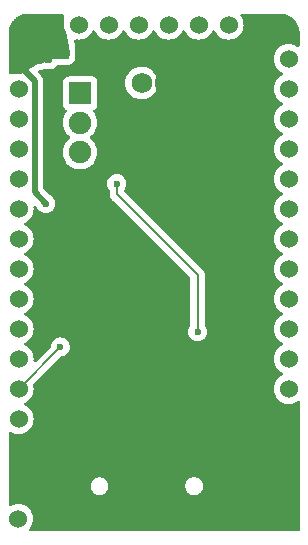
<source format=gbl>
G04 #@! TF.GenerationSoftware,KiCad,Pcbnew,8.0.4*
G04 #@! TF.CreationDate,2024-10-10T13:01:36-07:00*
G04 #@! TF.ProjectId,TelemetryComputer,54656c65-6d65-4747-9279-436f6d707574,rev?*
G04 #@! TF.SameCoordinates,Original*
G04 #@! TF.FileFunction,Copper,L2,Bot*
G04 #@! TF.FilePolarity,Positive*
%FSLAX46Y46*%
G04 Gerber Fmt 4.6, Leading zero omitted, Abs format (unit mm)*
G04 Created by KiCad (PCBNEW 8.0.4) date 2024-10-10 13:01:36*
%MOMM*%
%LPD*%
G01*
G04 APERTURE LIST*
G04 Aperture macros list*
%AMRoundRect*
0 Rectangle with rounded corners*
0 $1 Rounding radius*
0 $2 $3 $4 $5 $6 $7 $8 $9 X,Y pos of 4 corners*
0 Add a 4 corners polygon primitive as box body*
4,1,4,$2,$3,$4,$5,$6,$7,$8,$9,$2,$3,0*
0 Add four circle primitives for the rounded corners*
1,1,$1+$1,$2,$3*
1,1,$1+$1,$4,$5*
1,1,$1+$1,$6,$7*
1,1,$1+$1,$8,$9*
0 Add four rect primitives between the rounded corners*
20,1,$1+$1,$2,$3,$4,$5,0*
20,1,$1+$1,$4,$5,$6,$7,0*
20,1,$1+$1,$6,$7,$8,$9,0*
20,1,$1+$1,$8,$9,$2,$3,0*%
G04 Aperture macros list end*
G04 #@! TA.AperFunction,ComponentPad*
%ADD10C,1.524000*%
G04 #@! TD*
G04 #@! TA.AperFunction,ComponentPad*
%ADD11R,1.900000X1.900000*%
G04 #@! TD*
G04 #@! TA.AperFunction,ComponentPad*
%ADD12C,1.900000*%
G04 #@! TD*
G04 #@! TA.AperFunction,SMDPad,CuDef*
%ADD13RoundRect,0.225000X-0.250000X0.225000X-0.250000X-0.225000X0.250000X-0.225000X0.250000X0.225000X0*%
G04 #@! TD*
G04 #@! TA.AperFunction,SMDPad,CuDef*
%ADD14RoundRect,0.140000X-0.170000X0.140000X-0.170000X-0.140000X0.170000X-0.140000X0.170000X0.140000X0*%
G04 #@! TD*
G04 #@! TA.AperFunction,ComponentPad*
%ADD15C,1.750000*%
G04 #@! TD*
G04 #@! TA.AperFunction,ViaPad*
%ADD16C,0.600000*%
G04 #@! TD*
G04 #@! TA.AperFunction,Conductor*
%ADD17C,0.200000*%
G04 #@! TD*
G04 #@! TA.AperFunction,Conductor*
%ADD18C,0.500000*%
G04 #@! TD*
G04 APERTURE END LIST*
D10*
X158105000Y-76200000D03*
X158105000Y-78740000D03*
X158105000Y-81280000D03*
X158105000Y-83820000D03*
X158105000Y-86360000D03*
X158105000Y-88900000D03*
X158105000Y-91440000D03*
X158105000Y-93980000D03*
X158105000Y-96520000D03*
X158105000Y-99060000D03*
X158105000Y-101600000D03*
X158105000Y-104140000D03*
X158105000Y-106680000D03*
X137750000Y-115150000D03*
X135210000Y-115130000D03*
X137785000Y-73300000D03*
X140325000Y-73300000D03*
X142865000Y-73300000D03*
X145405000Y-73300000D03*
X147945000Y-73300000D03*
X150485000Y-73300000D03*
X153025000Y-73300000D03*
X155565000Y-73300000D03*
X135245000Y-76200000D03*
X135245000Y-78740000D03*
X135245000Y-81280000D03*
X135245000Y-83820000D03*
X135245000Y-86360000D03*
X135245000Y-88900000D03*
X135245000Y-91440000D03*
X135245000Y-93980000D03*
X135245000Y-96520000D03*
X135245000Y-99060000D03*
X135245000Y-101600000D03*
X135245000Y-104140000D03*
X135245000Y-106680000D03*
D11*
X140450000Y-79100000D03*
D12*
X140450000Y-81600000D03*
X140450000Y-84100000D03*
D13*
X139050000Y-75725000D03*
X139050000Y-77275000D03*
D14*
X137700000Y-76315000D03*
X137700000Y-77275000D03*
D15*
X145655000Y-78250000D03*
X147655000Y-78250000D03*
D16*
X154800000Y-112150000D03*
X143800000Y-101350000D03*
X140450000Y-89600000D03*
X139250000Y-112150000D03*
X150400000Y-99300000D03*
X143551473Y-86750000D03*
X137550000Y-88450000D03*
X138792500Y-100592500D03*
D17*
X143551473Y-87626473D02*
X150400000Y-94475000D01*
X143551473Y-86750000D02*
X143551473Y-87626473D01*
X150400000Y-94475000D02*
X150400000Y-99300000D01*
D18*
X135245000Y-76745000D02*
X135245000Y-76200000D01*
X136600000Y-87500000D02*
X136600000Y-78100000D01*
X137550000Y-88450000D02*
X136600000Y-87500000D01*
X136600000Y-78100000D02*
X135245000Y-76745000D01*
D17*
X138792500Y-100592500D02*
X135245000Y-104140000D01*
G04 #@! TA.AperFunction,Conductor*
G36*
X138993039Y-72384386D02*
G01*
X139038794Y-72437190D01*
X139050000Y-72488701D01*
X139050000Y-73300003D01*
X139058150Y-73329346D01*
X139062201Y-73351722D01*
X139076929Y-73520063D01*
X139076930Y-73520070D01*
X139134104Y-73733445D01*
X139134108Y-73733456D01*
X139219538Y-73916661D01*
X139226632Y-73935877D01*
X139545476Y-75083713D01*
X139550000Y-75116901D01*
X139550000Y-76076000D01*
X139530315Y-76143039D01*
X139477511Y-76188794D01*
X139426000Y-76200000D01*
X138050000Y-76200000D01*
X138050000Y-76370500D01*
X138030315Y-76437539D01*
X137977511Y-76483294D01*
X137926000Y-76494500D01*
X137465302Y-76494500D01*
X137429008Y-76497356D01*
X137429002Y-76497357D01*
X137273609Y-76542504D01*
X137273606Y-76542505D01*
X137127598Y-76628854D01*
X137126743Y-76627409D01*
X137070435Y-76649515D01*
X137059477Y-76650000D01*
X136850000Y-76650000D01*
X135411262Y-77465283D01*
X135343232Y-77481208D01*
X135339323Y-77480928D01*
X135245003Y-77472677D01*
X135244998Y-77472677D01*
X135024932Y-77491930D01*
X135010581Y-77495775D01*
X134978489Y-77500000D01*
X134517447Y-77500000D01*
X134450408Y-77480315D01*
X134404653Y-77427511D01*
X134393447Y-77376000D01*
X134393447Y-74035744D01*
X134393486Y-74032632D01*
X134393763Y-74021593D01*
X134395699Y-73944462D01*
X134396010Y-73938272D01*
X134401973Y-73859359D01*
X134402595Y-73853195D01*
X134412379Y-73775750D01*
X134413311Y-73769618D01*
X134426810Y-73693616D01*
X134428043Y-73687558D01*
X134430961Y-73674851D01*
X134445155Y-73613043D01*
X134446675Y-73607105D01*
X134467316Y-73534085D01*
X134469127Y-73528238D01*
X134471880Y-73520070D01*
X134493204Y-73456791D01*
X134495265Y-73451141D01*
X134522702Y-73381300D01*
X134525037Y-73375762D01*
X134555707Y-73307707D01*
X134558328Y-73302251D01*
X134560285Y-73298420D01*
X134592155Y-73236022D01*
X134595018Y-73230741D01*
X134631927Y-73166402D01*
X134635025Y-73161290D01*
X134674955Y-73098885D01*
X134678254Y-73093993D01*
X134721084Y-73033675D01*
X134724618Y-73028944D01*
X134770248Y-72970817D01*
X134774012Y-72966254D01*
X134822323Y-72910448D01*
X134826291Y-72906078D01*
X134877238Y-72852630D01*
X134881370Y-72848498D01*
X134934833Y-72797537D01*
X134939176Y-72793591D01*
X134995030Y-72745239D01*
X134999558Y-72741505D01*
X135057692Y-72695871D01*
X135062431Y-72692332D01*
X135122742Y-72649507D01*
X135127627Y-72646212D01*
X135190044Y-72606273D01*
X135195144Y-72603182D01*
X135204094Y-72598048D01*
X135259518Y-72566254D01*
X135264745Y-72563421D01*
X135331053Y-72529553D01*
X135336433Y-72526969D01*
X135404532Y-72496280D01*
X135410050Y-72493954D01*
X135479892Y-72466516D01*
X135485519Y-72464464D01*
X135556994Y-72440378D01*
X135562835Y-72438571D01*
X135635834Y-72417934D01*
X135641801Y-72416406D01*
X135716308Y-72399296D01*
X135722362Y-72398064D01*
X135798371Y-72384564D01*
X135804486Y-72383635D01*
X135881996Y-72373843D01*
X135888112Y-72373226D01*
X135967028Y-72367263D01*
X135973190Y-72366952D01*
X136059249Y-72364792D01*
X136061355Y-72364740D01*
X136064465Y-72364701D01*
X138926000Y-72364701D01*
X138993039Y-72384386D01*
G37*
G04 #@! TD.AperFunction*
G04 #@! TA.AperFunction,Conductor*
G36*
X157374141Y-72364740D02*
G01*
X157377481Y-72364823D01*
X157462262Y-72366951D01*
X157468459Y-72367263D01*
X157547411Y-72373228D01*
X157553549Y-72373848D01*
X157631023Y-72383634D01*
X157637131Y-72384562D01*
X157713136Y-72398060D01*
X157719199Y-72399294D01*
X157793755Y-72416414D01*
X157799730Y-72417944D01*
X157840867Y-72429570D01*
X157872722Y-72438574D01*
X157878563Y-72440382D01*
X157950010Y-72464455D01*
X157955712Y-72466534D01*
X158025536Y-72493960D01*
X158031072Y-72496293D01*
X158099183Y-72526982D01*
X158104615Y-72529591D01*
X158170879Y-72563428D01*
X158176163Y-72566290D01*
X158200686Y-72580354D01*
X158240520Y-72603200D01*
X158245650Y-72606310D01*
X158308030Y-72646215D01*
X158312985Y-72649556D01*
X158373289Y-72692363D01*
X158378058Y-72695923D01*
X158436177Y-72741533D01*
X158440745Y-72745298D01*
X158496598Y-72793634D01*
X158500956Y-72797592D01*
X158554406Y-72848524D01*
X158558594Y-72852711D01*
X158609518Y-72906116D01*
X158613514Y-72910513D01*
X158661843Y-72966321D01*
X158665628Y-72970910D01*
X158711241Y-73028992D01*
X158714810Y-73033769D01*
X158757610Y-73094022D01*
X158760955Y-73098979D01*
X158800887Y-73161361D01*
X158803999Y-73166493D01*
X158840916Y-73230821D01*
X158843788Y-73236119D01*
X158877622Y-73302334D01*
X158880244Y-73307790D01*
X158910917Y-73375823D01*
X158913281Y-73381431D01*
X158940678Y-73451138D01*
X158942773Y-73456880D01*
X158966848Y-73528287D01*
X158968667Y-73534156D01*
X158989312Y-73607151D01*
X158990836Y-73613103D01*
X159005013Y-73674806D01*
X159007953Y-73687604D01*
X159009188Y-73693672D01*
X159022687Y-73769630D01*
X159023622Y-73775780D01*
X159033409Y-73853225D01*
X159034034Y-73859423D01*
X159039995Y-73938264D01*
X159040309Y-73944497D01*
X159042524Y-74032620D01*
X159042563Y-74035736D01*
X159042563Y-75077057D01*
X159022878Y-75144096D01*
X158970074Y-75189851D01*
X158900916Y-75199795D01*
X158847440Y-75178632D01*
X158738666Y-75102469D01*
X158738662Y-75102466D01*
X158623201Y-75048626D01*
X158538450Y-75009106D01*
X158538447Y-75009105D01*
X158538445Y-75009104D01*
X158325070Y-74951930D01*
X158325062Y-74951929D01*
X158105002Y-74932677D01*
X158104998Y-74932677D01*
X157884937Y-74951929D01*
X157884929Y-74951930D01*
X157671554Y-75009104D01*
X157671548Y-75009107D01*
X157471340Y-75102465D01*
X157471338Y-75102466D01*
X157290377Y-75229175D01*
X157134175Y-75385377D01*
X157007466Y-75566338D01*
X157007465Y-75566340D01*
X156914107Y-75766548D01*
X156914104Y-75766554D01*
X156856930Y-75979929D01*
X156856929Y-75979937D01*
X156837677Y-76199997D01*
X156837677Y-76200002D01*
X156856929Y-76420062D01*
X156856930Y-76420070D01*
X156914104Y-76633445D01*
X156914105Y-76633447D01*
X156914106Y-76633450D01*
X156976092Y-76766379D01*
X157007466Y-76833662D01*
X157007468Y-76833666D01*
X157134170Y-77014615D01*
X157134175Y-77014621D01*
X157290378Y-77170824D01*
X157290384Y-77170829D01*
X157471333Y-77297531D01*
X157471335Y-77297532D01*
X157471338Y-77297534D01*
X157525826Y-77322942D01*
X157600189Y-77357618D01*
X157652628Y-77403790D01*
X157671780Y-77470984D01*
X157651564Y-77537865D01*
X157600189Y-77582382D01*
X157471340Y-77642465D01*
X157471338Y-77642466D01*
X157290377Y-77769175D01*
X157134175Y-77925377D01*
X157007466Y-78106338D01*
X157007465Y-78106340D01*
X156914107Y-78306548D01*
X156914104Y-78306554D01*
X156856930Y-78519929D01*
X156856929Y-78519937D01*
X156837677Y-78739997D01*
X156837677Y-78740002D01*
X156856929Y-78960062D01*
X156856930Y-78960070D01*
X156914104Y-79173445D01*
X156914105Y-79173447D01*
X156914106Y-79173450D01*
X157007466Y-79373662D01*
X157007468Y-79373666D01*
X157134170Y-79554615D01*
X157134175Y-79554621D01*
X157290378Y-79710824D01*
X157290384Y-79710829D01*
X157471333Y-79837531D01*
X157471335Y-79837532D01*
X157471338Y-79837534D01*
X157525826Y-79862942D01*
X157600189Y-79897618D01*
X157652628Y-79943790D01*
X157671780Y-80010984D01*
X157651564Y-80077865D01*
X157600189Y-80122382D01*
X157471340Y-80182465D01*
X157471338Y-80182466D01*
X157290377Y-80309175D01*
X157134175Y-80465377D01*
X157007466Y-80646338D01*
X157007465Y-80646340D01*
X156914107Y-80846548D01*
X156914104Y-80846554D01*
X156856930Y-81059929D01*
X156856929Y-81059937D01*
X156837677Y-81279997D01*
X156837677Y-81280002D01*
X156856929Y-81500062D01*
X156856930Y-81500070D01*
X156914104Y-81713445D01*
X156914105Y-81713447D01*
X156914106Y-81713450D01*
X156972913Y-81839563D01*
X157007466Y-81913662D01*
X157007468Y-81913666D01*
X157134170Y-82094615D01*
X157134175Y-82094621D01*
X157290378Y-82250824D01*
X157290384Y-82250829D01*
X157471333Y-82377531D01*
X157471335Y-82377532D01*
X157471338Y-82377534D01*
X157525826Y-82402942D01*
X157600189Y-82437618D01*
X157652628Y-82483790D01*
X157671780Y-82550984D01*
X157651564Y-82617865D01*
X157600189Y-82662382D01*
X157471340Y-82722465D01*
X157471338Y-82722466D01*
X157290377Y-82849175D01*
X157134175Y-83005377D01*
X157007466Y-83186338D01*
X157007465Y-83186340D01*
X156914107Y-83386548D01*
X156914104Y-83386554D01*
X156856930Y-83599929D01*
X156856929Y-83599937D01*
X156837677Y-83819997D01*
X156837677Y-83820002D01*
X156856929Y-84040062D01*
X156856930Y-84040070D01*
X156914104Y-84253445D01*
X156914105Y-84253447D01*
X156914106Y-84253450D01*
X156954259Y-84339559D01*
X157007466Y-84453662D01*
X157007468Y-84453666D01*
X157134170Y-84634615D01*
X157134175Y-84634621D01*
X157290378Y-84790824D01*
X157290384Y-84790829D01*
X157471333Y-84917531D01*
X157471335Y-84917532D01*
X157471338Y-84917534D01*
X157525826Y-84942942D01*
X157600189Y-84977618D01*
X157652628Y-85023790D01*
X157671780Y-85090984D01*
X157651564Y-85157865D01*
X157600189Y-85202382D01*
X157471340Y-85262465D01*
X157471338Y-85262466D01*
X157290377Y-85389175D01*
X157134175Y-85545377D01*
X157007466Y-85726338D01*
X157007465Y-85726340D01*
X156914107Y-85926548D01*
X156914104Y-85926554D01*
X156856930Y-86139929D01*
X156856929Y-86139937D01*
X156837677Y-86359997D01*
X156837677Y-86360002D01*
X156856929Y-86580062D01*
X156856930Y-86580070D01*
X156914104Y-86793445D01*
X156914105Y-86793447D01*
X156914106Y-86793450D01*
X156977430Y-86929249D01*
X157007466Y-86993662D01*
X157007468Y-86993666D01*
X157134170Y-87174615D01*
X157134175Y-87174621D01*
X157290378Y-87330824D01*
X157290384Y-87330829D01*
X157471333Y-87457531D01*
X157471335Y-87457532D01*
X157471338Y-87457534D01*
X157525826Y-87482942D01*
X157600189Y-87517618D01*
X157652628Y-87563790D01*
X157671780Y-87630984D01*
X157651564Y-87697865D01*
X157600189Y-87742382D01*
X157471340Y-87802465D01*
X157471338Y-87802466D01*
X157290377Y-87929175D01*
X157134175Y-88085377D01*
X157007466Y-88266338D01*
X157007465Y-88266340D01*
X156914107Y-88466548D01*
X156914104Y-88466554D01*
X156856930Y-88679929D01*
X156856929Y-88679937D01*
X156837677Y-88899997D01*
X156837677Y-88900002D01*
X156856929Y-89120062D01*
X156856930Y-89120070D01*
X156914104Y-89333445D01*
X156914105Y-89333447D01*
X156914106Y-89333450D01*
X157007466Y-89533662D01*
X157007468Y-89533666D01*
X157134170Y-89714615D01*
X157134175Y-89714621D01*
X157290378Y-89870824D01*
X157290384Y-89870829D01*
X157471333Y-89997531D01*
X157471335Y-89997532D01*
X157471338Y-89997534D01*
X157525826Y-90022942D01*
X157600189Y-90057618D01*
X157652628Y-90103790D01*
X157671780Y-90170984D01*
X157651564Y-90237865D01*
X157600189Y-90282382D01*
X157471340Y-90342465D01*
X157471338Y-90342466D01*
X157290377Y-90469175D01*
X157134175Y-90625377D01*
X157007466Y-90806338D01*
X157007465Y-90806340D01*
X156914107Y-91006548D01*
X156914104Y-91006554D01*
X156856930Y-91219929D01*
X156856929Y-91219937D01*
X156837677Y-91439997D01*
X156837677Y-91440002D01*
X156856929Y-91660062D01*
X156856930Y-91660070D01*
X156914104Y-91873445D01*
X156914105Y-91873447D01*
X156914106Y-91873450D01*
X157007466Y-92073662D01*
X157007468Y-92073666D01*
X157134170Y-92254615D01*
X157134175Y-92254621D01*
X157290378Y-92410824D01*
X157290384Y-92410829D01*
X157471333Y-92537531D01*
X157471335Y-92537532D01*
X157471338Y-92537534D01*
X157525826Y-92562942D01*
X157600189Y-92597618D01*
X157652628Y-92643790D01*
X157671780Y-92710984D01*
X157651564Y-92777865D01*
X157600189Y-92822382D01*
X157471340Y-92882465D01*
X157471338Y-92882466D01*
X157290377Y-93009175D01*
X157134175Y-93165377D01*
X157007466Y-93346338D01*
X157007465Y-93346340D01*
X156914107Y-93546548D01*
X156914104Y-93546554D01*
X156856930Y-93759929D01*
X156856929Y-93759937D01*
X156837677Y-93979997D01*
X156837677Y-93980002D01*
X156856929Y-94200062D01*
X156856930Y-94200070D01*
X156914104Y-94413445D01*
X156914105Y-94413447D01*
X156914106Y-94413450D01*
X156949888Y-94490185D01*
X157007466Y-94613662D01*
X157007468Y-94613666D01*
X157134170Y-94794615D01*
X157134175Y-94794621D01*
X157290378Y-94950824D01*
X157290384Y-94950829D01*
X157471333Y-95077531D01*
X157471335Y-95077532D01*
X157471338Y-95077534D01*
X157512616Y-95096782D01*
X157600189Y-95137618D01*
X157652628Y-95183790D01*
X157671780Y-95250984D01*
X157651564Y-95317865D01*
X157600189Y-95362382D01*
X157471340Y-95422465D01*
X157471338Y-95422466D01*
X157290377Y-95549175D01*
X157134175Y-95705377D01*
X157007466Y-95886338D01*
X157007465Y-95886340D01*
X156914107Y-96086548D01*
X156914104Y-96086554D01*
X156856930Y-96299929D01*
X156856929Y-96299937D01*
X156837677Y-96519997D01*
X156837677Y-96520002D01*
X156856929Y-96740062D01*
X156856930Y-96740070D01*
X156914104Y-96953445D01*
X156914105Y-96953447D01*
X156914106Y-96953450D01*
X157007466Y-97153662D01*
X157007468Y-97153666D01*
X157134170Y-97334615D01*
X157134175Y-97334621D01*
X157290378Y-97490824D01*
X157290384Y-97490829D01*
X157471333Y-97617531D01*
X157471335Y-97617532D01*
X157471338Y-97617534D01*
X157512616Y-97636782D01*
X157600189Y-97677618D01*
X157652628Y-97723790D01*
X157671780Y-97790984D01*
X157651564Y-97857865D01*
X157600189Y-97902382D01*
X157471340Y-97962465D01*
X157471338Y-97962466D01*
X157290377Y-98089175D01*
X157134175Y-98245377D01*
X157007466Y-98426338D01*
X157007465Y-98426340D01*
X156914107Y-98626548D01*
X156914104Y-98626554D01*
X156856930Y-98839929D01*
X156856929Y-98839937D01*
X156837677Y-99059997D01*
X156837677Y-99060002D01*
X156856929Y-99280062D01*
X156856930Y-99280070D01*
X156914104Y-99493445D01*
X156914105Y-99493447D01*
X156914106Y-99493450D01*
X156986883Y-99649522D01*
X157007466Y-99693662D01*
X157007468Y-99693666D01*
X157134170Y-99874615D01*
X157134175Y-99874621D01*
X157290378Y-100030824D01*
X157290384Y-100030829D01*
X157471333Y-100157531D01*
X157471335Y-100157532D01*
X157471338Y-100157534D01*
X157512616Y-100176782D01*
X157600189Y-100217618D01*
X157652628Y-100263790D01*
X157671780Y-100330984D01*
X157651564Y-100397865D01*
X157600189Y-100442382D01*
X157471340Y-100502465D01*
X157471338Y-100502466D01*
X157290377Y-100629175D01*
X157134175Y-100785377D01*
X157007466Y-100966338D01*
X157007465Y-100966340D01*
X156914107Y-101166548D01*
X156914104Y-101166554D01*
X156856930Y-101379929D01*
X156856929Y-101379937D01*
X156837677Y-101599997D01*
X156837677Y-101600002D01*
X156856929Y-101820062D01*
X156856930Y-101820070D01*
X156914104Y-102033445D01*
X156914105Y-102033447D01*
X156914106Y-102033450D01*
X156972140Y-102157904D01*
X157007466Y-102233662D01*
X157007468Y-102233666D01*
X157134170Y-102414615D01*
X157134175Y-102414621D01*
X157290378Y-102570824D01*
X157290384Y-102570829D01*
X157471333Y-102697531D01*
X157471335Y-102697532D01*
X157471338Y-102697534D01*
X157590748Y-102753215D01*
X157600189Y-102757618D01*
X157652628Y-102803790D01*
X157671780Y-102870984D01*
X157651564Y-102937865D01*
X157600189Y-102982382D01*
X157471340Y-103042465D01*
X157471338Y-103042466D01*
X157290377Y-103169175D01*
X157134175Y-103325377D01*
X157007466Y-103506338D01*
X157007465Y-103506340D01*
X156914107Y-103706548D01*
X156914104Y-103706554D01*
X156856930Y-103919929D01*
X156856929Y-103919937D01*
X156837677Y-104139997D01*
X156837677Y-104140002D01*
X156856929Y-104360062D01*
X156856930Y-104360070D01*
X156914104Y-104573445D01*
X156914105Y-104573447D01*
X156914106Y-104573450D01*
X157007466Y-104773662D01*
X157007468Y-104773666D01*
X157134170Y-104954615D01*
X157134175Y-104954621D01*
X157290378Y-105110824D01*
X157290384Y-105110829D01*
X157471333Y-105237531D01*
X157471335Y-105237532D01*
X157471338Y-105237534D01*
X157671550Y-105330894D01*
X157884932Y-105388070D01*
X158042123Y-105401822D01*
X158104998Y-105407323D01*
X158105000Y-105407323D01*
X158105002Y-105407323D01*
X158160017Y-105402509D01*
X158325068Y-105388070D01*
X158538450Y-105330894D01*
X158738662Y-105237534D01*
X158856238Y-105155206D01*
X158922442Y-105132880D01*
X158990210Y-105149890D01*
X159038023Y-105200838D01*
X159051360Y-105256782D01*
X159051360Y-116032315D01*
X159031675Y-116099354D01*
X158978871Y-116145109D01*
X158927360Y-116156315D01*
X136268493Y-116156315D01*
X136201454Y-116136630D01*
X136155699Y-116083826D01*
X136145755Y-116014668D01*
X136174780Y-115951112D01*
X136180812Y-115944634D01*
X136180826Y-115944620D01*
X136307534Y-115763662D01*
X136400894Y-115563450D01*
X136458070Y-115350068D01*
X136477323Y-115130000D01*
X136458070Y-114909932D01*
X136400894Y-114696550D01*
X136307534Y-114496339D01*
X136180826Y-114315380D01*
X136024620Y-114159174D01*
X136024616Y-114159171D01*
X136024615Y-114159170D01*
X135843666Y-114032468D01*
X135843662Y-114032466D01*
X135708259Y-113969327D01*
X135643450Y-113939106D01*
X135643447Y-113939105D01*
X135643445Y-113939104D01*
X135430070Y-113881930D01*
X135430062Y-113881929D01*
X135210002Y-113862677D01*
X135209998Y-113862677D01*
X134989937Y-113881929D01*
X134989929Y-113881930D01*
X134776554Y-113939104D01*
X134776550Y-113939106D01*
X134576339Y-114032466D01*
X134576337Y-114032466D01*
X134571433Y-114034754D01*
X134570541Y-114032841D01*
X134511500Y-114047141D01*
X134445482Y-114024264D01*
X134402312Y-113969327D01*
X134393447Y-113923284D01*
X134393447Y-112292939D01*
X141354192Y-112292939D01*
X141354192Y-112439858D01*
X141382850Y-112583933D01*
X141382853Y-112583943D01*
X141439070Y-112719665D01*
X141439075Y-112719674D01*
X141520690Y-112841818D01*
X141520693Y-112841822D01*
X141624568Y-112945697D01*
X141624572Y-112945700D01*
X141746716Y-113027315D01*
X141746722Y-113027318D01*
X141746723Y-113027319D01*
X141882450Y-113083539D01*
X142026532Y-113112198D01*
X142026536Y-113112199D01*
X142026537Y-113112199D01*
X142173448Y-113112199D01*
X142173449Y-113112198D01*
X142317534Y-113083539D01*
X142453261Y-113027319D01*
X142575412Y-112945700D01*
X142679293Y-112841819D01*
X142760912Y-112719668D01*
X142817132Y-112583941D01*
X142845792Y-112439854D01*
X142845792Y-112292944D01*
X142845791Y-112292939D01*
X149354192Y-112292939D01*
X149354192Y-112439858D01*
X149382850Y-112583933D01*
X149382853Y-112583943D01*
X149439070Y-112719665D01*
X149439075Y-112719674D01*
X149520690Y-112841818D01*
X149520693Y-112841822D01*
X149624568Y-112945697D01*
X149624572Y-112945700D01*
X149746716Y-113027315D01*
X149746722Y-113027318D01*
X149746723Y-113027319D01*
X149882450Y-113083539D01*
X150026532Y-113112198D01*
X150026536Y-113112199D01*
X150026537Y-113112199D01*
X150173448Y-113112199D01*
X150173449Y-113112198D01*
X150317534Y-113083539D01*
X150453261Y-113027319D01*
X150575412Y-112945700D01*
X150679293Y-112841819D01*
X150760912Y-112719668D01*
X150817132Y-112583941D01*
X150845792Y-112439854D01*
X150845792Y-112292944D01*
X150817132Y-112148857D01*
X150760912Y-112013130D01*
X150760911Y-112013129D01*
X150760908Y-112013123D01*
X150679293Y-111890979D01*
X150679290Y-111890975D01*
X150575415Y-111787100D01*
X150575411Y-111787097D01*
X150453267Y-111705482D01*
X150453258Y-111705477D01*
X150317536Y-111649260D01*
X150317537Y-111649260D01*
X150317534Y-111649259D01*
X150317530Y-111649258D01*
X150317526Y-111649257D01*
X150173451Y-111620599D01*
X150173447Y-111620599D01*
X150026537Y-111620599D01*
X150026532Y-111620599D01*
X149882457Y-111649257D01*
X149882447Y-111649260D01*
X149746725Y-111705477D01*
X149746716Y-111705482D01*
X149624572Y-111787097D01*
X149624568Y-111787100D01*
X149520693Y-111890975D01*
X149520690Y-111890979D01*
X149439075Y-112013123D01*
X149439070Y-112013132D01*
X149382853Y-112148854D01*
X149382850Y-112148864D01*
X149354192Y-112292939D01*
X142845791Y-112292939D01*
X142817132Y-112148857D01*
X142760912Y-112013130D01*
X142760911Y-112013129D01*
X142760908Y-112013123D01*
X142679293Y-111890979D01*
X142679290Y-111890975D01*
X142575415Y-111787100D01*
X142575411Y-111787097D01*
X142453267Y-111705482D01*
X142453258Y-111705477D01*
X142317536Y-111649260D01*
X142317537Y-111649260D01*
X142317534Y-111649259D01*
X142317530Y-111649258D01*
X142317526Y-111649257D01*
X142173451Y-111620599D01*
X142173447Y-111620599D01*
X142026537Y-111620599D01*
X142026532Y-111620599D01*
X141882457Y-111649257D01*
X141882447Y-111649260D01*
X141746725Y-111705477D01*
X141746716Y-111705482D01*
X141624572Y-111787097D01*
X141624568Y-111787100D01*
X141520693Y-111890975D01*
X141520690Y-111890979D01*
X141439075Y-112013123D01*
X141439070Y-112013132D01*
X141382853Y-112148854D01*
X141382850Y-112148864D01*
X141354192Y-112292939D01*
X134393447Y-112292939D01*
X134393447Y-107863166D01*
X134413132Y-107796127D01*
X134465936Y-107750372D01*
X134535094Y-107740428D01*
X134588570Y-107761591D01*
X134611338Y-107777534D01*
X134811550Y-107870894D01*
X135024932Y-107928070D01*
X135182123Y-107941822D01*
X135244998Y-107947323D01*
X135245000Y-107947323D01*
X135245002Y-107947323D01*
X135300017Y-107942509D01*
X135465068Y-107928070D01*
X135678450Y-107870894D01*
X135878662Y-107777534D01*
X136059620Y-107650826D01*
X136215826Y-107494620D01*
X136342534Y-107313662D01*
X136435894Y-107113450D01*
X136493070Y-106900068D01*
X136512323Y-106680000D01*
X136493070Y-106459932D01*
X136435894Y-106246550D01*
X136342534Y-106046339D01*
X136215826Y-105865380D01*
X136059620Y-105709174D01*
X136059616Y-105709171D01*
X136059615Y-105709170D01*
X135878666Y-105582468D01*
X135878658Y-105582464D01*
X135749811Y-105522382D01*
X135697371Y-105476210D01*
X135678219Y-105409017D01*
X135698435Y-105342135D01*
X135749811Y-105297618D01*
X135755802Y-105294824D01*
X135878662Y-105237534D01*
X136059620Y-105110826D01*
X136215826Y-104954620D01*
X136342534Y-104773662D01*
X136435894Y-104573450D01*
X136493070Y-104360068D01*
X136512323Y-104140000D01*
X136493070Y-103919932D01*
X136473821Y-103848095D01*
X136475482Y-103778245D01*
X136505912Y-103728321D01*
X138811036Y-101423198D01*
X138872357Y-101389715D01*
X138884810Y-101387663D01*
X138971755Y-101377868D01*
X139142022Y-101318289D01*
X139294762Y-101222316D01*
X139422316Y-101094762D01*
X139518289Y-100942022D01*
X139577868Y-100771755D01*
X139577869Y-100771749D01*
X139598065Y-100592503D01*
X139598065Y-100592496D01*
X139577869Y-100413250D01*
X139577868Y-100413245D01*
X139549676Y-100332677D01*
X139518289Y-100242978D01*
X139422316Y-100090238D01*
X139294762Y-99962684D01*
X139242453Y-99929816D01*
X139142023Y-99866711D01*
X138971754Y-99807131D01*
X138971749Y-99807130D01*
X138792504Y-99786935D01*
X138792496Y-99786935D01*
X138613250Y-99807130D01*
X138613245Y-99807131D01*
X138442976Y-99866711D01*
X138290237Y-99962684D01*
X138162684Y-100090237D01*
X138066710Y-100242978D01*
X138007130Y-100413250D01*
X137997337Y-100500167D01*
X137970270Y-100564581D01*
X137961798Y-100573964D01*
X136712626Y-101823136D01*
X136651303Y-101856621D01*
X136581611Y-101851637D01*
X136525678Y-101809765D01*
X136501261Y-101744301D01*
X136501416Y-101724660D01*
X136512323Y-101600000D01*
X136493070Y-101379932D01*
X136435894Y-101166550D01*
X136342534Y-100966339D01*
X136215826Y-100785380D01*
X136059620Y-100629174D01*
X136059616Y-100629171D01*
X136059615Y-100629170D01*
X135878666Y-100502468D01*
X135878658Y-100502464D01*
X135749811Y-100442382D01*
X135697371Y-100396210D01*
X135678219Y-100329017D01*
X135698435Y-100262135D01*
X135749811Y-100217618D01*
X135755802Y-100214824D01*
X135878662Y-100157534D01*
X136059620Y-100030826D01*
X136215826Y-99874620D01*
X136342534Y-99693662D01*
X136435894Y-99493450D01*
X136493070Y-99280068D01*
X136512323Y-99060000D01*
X136493070Y-98839932D01*
X136435894Y-98626550D01*
X136342534Y-98426339D01*
X136215826Y-98245380D01*
X136059620Y-98089174D01*
X136059616Y-98089171D01*
X136059615Y-98089170D01*
X135878666Y-97962468D01*
X135878658Y-97962464D01*
X135749811Y-97902382D01*
X135697371Y-97856210D01*
X135678219Y-97789017D01*
X135698435Y-97722135D01*
X135749811Y-97677618D01*
X135755802Y-97674824D01*
X135878662Y-97617534D01*
X136059620Y-97490826D01*
X136215826Y-97334620D01*
X136342534Y-97153662D01*
X136435894Y-96953450D01*
X136493070Y-96740068D01*
X136512323Y-96520000D01*
X136493070Y-96299932D01*
X136435894Y-96086550D01*
X136342534Y-95886339D01*
X136215826Y-95705380D01*
X136059620Y-95549174D01*
X136059616Y-95549171D01*
X136059615Y-95549170D01*
X135878666Y-95422468D01*
X135878658Y-95422464D01*
X135749811Y-95362382D01*
X135697371Y-95316210D01*
X135678219Y-95249017D01*
X135698435Y-95182135D01*
X135749811Y-95137618D01*
X135755802Y-95134824D01*
X135878662Y-95077534D01*
X136059620Y-94950826D01*
X136215826Y-94794620D01*
X136342534Y-94613662D01*
X136435894Y-94413450D01*
X136493070Y-94200068D01*
X136512323Y-93980000D01*
X136493070Y-93759932D01*
X136435894Y-93546550D01*
X136342534Y-93346339D01*
X136215826Y-93165380D01*
X136059620Y-93009174D01*
X136059616Y-93009171D01*
X136059615Y-93009170D01*
X135878666Y-92882468D01*
X135878658Y-92882464D01*
X135749811Y-92822382D01*
X135697371Y-92776210D01*
X135678219Y-92709017D01*
X135698435Y-92642135D01*
X135749811Y-92597618D01*
X135755802Y-92594824D01*
X135878662Y-92537534D01*
X136059620Y-92410826D01*
X136215826Y-92254620D01*
X136342534Y-92073662D01*
X136435894Y-91873450D01*
X136493070Y-91660068D01*
X136512323Y-91440000D01*
X136493070Y-91219932D01*
X136435894Y-91006550D01*
X136342534Y-90806339D01*
X136215826Y-90625380D01*
X136059620Y-90469174D01*
X136059616Y-90469171D01*
X136059615Y-90469170D01*
X135878666Y-90342468D01*
X135878658Y-90342464D01*
X135749811Y-90282382D01*
X135697371Y-90236210D01*
X135678219Y-90169017D01*
X135698435Y-90102135D01*
X135749811Y-90057618D01*
X135755802Y-90054824D01*
X135878662Y-89997534D01*
X136059620Y-89870826D01*
X136215826Y-89714620D01*
X136342534Y-89533662D01*
X136435894Y-89333450D01*
X136493070Y-89120068D01*
X136512323Y-88900000D01*
X136501142Y-88772204D01*
X136514908Y-88703708D01*
X136563523Y-88653525D01*
X136631552Y-88637591D01*
X136697396Y-88660966D01*
X136712351Y-88673719D01*
X136796692Y-88758060D01*
X136819356Y-88794129D01*
X136821188Y-88793247D01*
X136824207Y-88799516D01*
X136887347Y-88900002D01*
X136920184Y-88952262D01*
X137047738Y-89079816D01*
X137200478Y-89175789D01*
X137370745Y-89235368D01*
X137370750Y-89235369D01*
X137549996Y-89255565D01*
X137550000Y-89255565D01*
X137550004Y-89255565D01*
X137729249Y-89235369D01*
X137729252Y-89235368D01*
X137729255Y-89235368D01*
X137899522Y-89175789D01*
X138052262Y-89079816D01*
X138179816Y-88952262D01*
X138275789Y-88799522D01*
X138335368Y-88629255D01*
X138353700Y-88466554D01*
X138355565Y-88450003D01*
X138355565Y-88449996D01*
X138335369Y-88270750D01*
X138335368Y-88270745D01*
X138333826Y-88266338D01*
X138275789Y-88100478D01*
X138266300Y-88085377D01*
X138179815Y-87947737D01*
X138052262Y-87820184D01*
X137899516Y-87724207D01*
X137893247Y-87721188D01*
X137894129Y-87719356D01*
X137858060Y-87696692D01*
X137386819Y-87225451D01*
X137353334Y-87164128D01*
X137350500Y-87137770D01*
X137350500Y-86749996D01*
X142745908Y-86749996D01*
X142745908Y-86750003D01*
X142766103Y-86929249D01*
X142766104Y-86929254D01*
X142825684Y-87099523D01*
X142921658Y-87252263D01*
X142923918Y-87255097D01*
X142924807Y-87257275D01*
X142925362Y-87258158D01*
X142925207Y-87258255D01*
X142950328Y-87319783D01*
X142950973Y-87332412D01*
X142950973Y-87539803D01*
X142950972Y-87539821D01*
X142950972Y-87705527D01*
X142950971Y-87705527D01*
X142991896Y-87858258D01*
X143020831Y-87908373D01*
X143020832Y-87908377D01*
X143020833Y-87908377D01*
X143070952Y-87995187D01*
X143070954Y-87995190D01*
X143189822Y-88114058D01*
X143189828Y-88114063D01*
X149763181Y-94687416D01*
X149796666Y-94748739D01*
X149799500Y-94775097D01*
X149799500Y-98717587D01*
X149779815Y-98784626D01*
X149772450Y-98794896D01*
X149770186Y-98797734D01*
X149674211Y-98950476D01*
X149614631Y-99120745D01*
X149614630Y-99120750D01*
X149594435Y-99299996D01*
X149594435Y-99300003D01*
X149614630Y-99479249D01*
X149614631Y-99479254D01*
X149674211Y-99649523D01*
X149760553Y-99786935D01*
X149770184Y-99802262D01*
X149897738Y-99929816D01*
X150050478Y-100025789D01*
X150191707Y-100075207D01*
X150220745Y-100085368D01*
X150220750Y-100085369D01*
X150399996Y-100105565D01*
X150400000Y-100105565D01*
X150400004Y-100105565D01*
X150579249Y-100085369D01*
X150579252Y-100085368D01*
X150579255Y-100085368D01*
X150749522Y-100025789D01*
X150902262Y-99929816D01*
X151029816Y-99802262D01*
X151125789Y-99649522D01*
X151185368Y-99479255D01*
X151205565Y-99300000D01*
X151203319Y-99280070D01*
X151185369Y-99120750D01*
X151185368Y-99120745D01*
X151125788Y-98950476D01*
X151029813Y-98797734D01*
X151027550Y-98794896D01*
X151026659Y-98792715D01*
X151026111Y-98791842D01*
X151026264Y-98791745D01*
X151001144Y-98730209D01*
X151000500Y-98717587D01*
X151000500Y-94564060D01*
X151000501Y-94564047D01*
X151000501Y-94395944D01*
X150959576Y-94243214D01*
X150959573Y-94243209D01*
X150880524Y-94106290D01*
X150880518Y-94106282D01*
X144190970Y-87416734D01*
X144157485Y-87355411D01*
X144162469Y-87285719D01*
X144177945Y-87258384D01*
X144177584Y-87258158D01*
X144230074Y-87174621D01*
X144277262Y-87099522D01*
X144336841Y-86929255D01*
X144336842Y-86929249D01*
X144357038Y-86750003D01*
X144357038Y-86749996D01*
X144336842Y-86570750D01*
X144336841Y-86570745D01*
X144277261Y-86400476D01*
X144181288Y-86247737D01*
X144053735Y-86120184D01*
X143900996Y-86024211D01*
X143730727Y-85964631D01*
X143730722Y-85964630D01*
X143551477Y-85944435D01*
X143551469Y-85944435D01*
X143372223Y-85964630D01*
X143372218Y-85964631D01*
X143201949Y-86024211D01*
X143049210Y-86120184D01*
X142921657Y-86247737D01*
X142825684Y-86400476D01*
X142766104Y-86570745D01*
X142766103Y-86570750D01*
X142745908Y-86749996D01*
X137350500Y-86749996D01*
X137350500Y-81599994D01*
X138994529Y-81599994D01*
X138994529Y-81600005D01*
X139014379Y-81839559D01*
X139073389Y-82072589D01*
X139169951Y-82292729D01*
X139264613Y-82437618D01*
X139301429Y-82493969D01*
X139464236Y-82670825D01*
X139568718Y-82752147D01*
X139609531Y-82808857D01*
X139613206Y-82878630D01*
X139578575Y-82939313D01*
X139568724Y-82947848D01*
X139494812Y-83005377D01*
X139464237Y-83029174D01*
X139301430Y-83206029D01*
X139301427Y-83206033D01*
X139169951Y-83407270D01*
X139073389Y-83627410D01*
X139014379Y-83860440D01*
X138994529Y-84099994D01*
X138994529Y-84100005D01*
X139014379Y-84339559D01*
X139073389Y-84572589D01*
X139169951Y-84792729D01*
X139251491Y-84917534D01*
X139301429Y-84993969D01*
X139464236Y-85170825D01*
X139464239Y-85170827D01*
X139464242Y-85170830D01*
X139653924Y-85318466D01*
X139653930Y-85318470D01*
X139653933Y-85318472D01*
X139865344Y-85432882D01*
X139865347Y-85432883D01*
X140092699Y-85510933D01*
X140092701Y-85510933D01*
X140092703Y-85510934D01*
X140329808Y-85550500D01*
X140329809Y-85550500D01*
X140570191Y-85550500D01*
X140570192Y-85550500D01*
X140807297Y-85510934D01*
X141034656Y-85432882D01*
X141246067Y-85318472D01*
X141264538Y-85304096D01*
X141318026Y-85262464D01*
X141435764Y-85170825D01*
X141598571Y-84993969D01*
X141730049Y-84792728D01*
X141826610Y-84572591D01*
X141885620Y-84339563D01*
X141905471Y-84100000D01*
X141900504Y-84040062D01*
X141885620Y-83860440D01*
X141885620Y-83860437D01*
X141826610Y-83627409D01*
X141730049Y-83407272D01*
X141716509Y-83386548D01*
X141598572Y-83206033D01*
X141598571Y-83206031D01*
X141435764Y-83029175D01*
X141331281Y-82947852D01*
X141290469Y-82891143D01*
X141286794Y-82821370D01*
X141321425Y-82760687D01*
X141331275Y-82752151D01*
X141435764Y-82670825D01*
X141598571Y-82493969D01*
X141730049Y-82292728D01*
X141826610Y-82072591D01*
X141885620Y-81839563D01*
X141905471Y-81600000D01*
X141897190Y-81500070D01*
X141885620Y-81360440D01*
X141885620Y-81360437D01*
X141826610Y-81127409D01*
X141730049Y-80907272D01*
X141598571Y-80706031D01*
X141589240Y-80695895D01*
X141558320Y-80633241D01*
X141566181Y-80563815D01*
X141610328Y-80509660D01*
X141637140Y-80495732D01*
X141642331Y-80493796D01*
X141757546Y-80407546D01*
X141843796Y-80292331D01*
X141894091Y-80157483D01*
X141900500Y-80097873D01*
X141900499Y-78249993D01*
X144274786Y-78249993D01*
X144274786Y-78250006D01*
X144293608Y-78477168D01*
X144293610Y-78477179D01*
X144349569Y-78698155D01*
X144441137Y-78906908D01*
X144565814Y-79097742D01*
X144720208Y-79265458D01*
X144720212Y-79265461D01*
X144900090Y-79405466D01*
X144900094Y-79405469D01*
X144900096Y-79405470D01*
X144900099Y-79405472D01*
X145016646Y-79468543D01*
X145100574Y-79513963D01*
X145212529Y-79552397D01*
X145316173Y-79587979D01*
X145316175Y-79587979D01*
X145316177Y-79587980D01*
X145541023Y-79625500D01*
X145541024Y-79625500D01*
X145768976Y-79625500D01*
X145768977Y-79625500D01*
X145993823Y-79587980D01*
X146209426Y-79513963D01*
X146409906Y-79405469D01*
X146589794Y-79265456D01*
X146744183Y-79097745D01*
X146868862Y-78906909D01*
X146960430Y-78698155D01*
X147016390Y-78477176D01*
X147030528Y-78306554D01*
X147035214Y-78250006D01*
X147035214Y-78249993D01*
X147016391Y-78022831D01*
X147016389Y-78022820D01*
X146960430Y-77801844D01*
X146868862Y-77593091D01*
X146744185Y-77402257D01*
X146647780Y-77297534D01*
X146589794Y-77234544D01*
X146589793Y-77234543D01*
X146589791Y-77234541D01*
X146589787Y-77234538D01*
X146409909Y-77094533D01*
X146409900Y-77094527D01*
X146209432Y-76986040D01*
X146209429Y-76986039D01*
X146209426Y-76986037D01*
X146209420Y-76986035D01*
X146209418Y-76986034D01*
X145993826Y-76912020D01*
X145825188Y-76883880D01*
X145768977Y-76874500D01*
X145541023Y-76874500D01*
X145496053Y-76882004D01*
X145316173Y-76912020D01*
X145100581Y-76986034D01*
X145100567Y-76986040D01*
X144900099Y-77094527D01*
X144900090Y-77094533D01*
X144720212Y-77234538D01*
X144720208Y-77234541D01*
X144565814Y-77402257D01*
X144441137Y-77593091D01*
X144349569Y-77801844D01*
X144293610Y-78022820D01*
X144293608Y-78022831D01*
X144274786Y-78249993D01*
X141900499Y-78249993D01*
X141900499Y-78102128D01*
X141894091Y-78042517D01*
X141887961Y-78026082D01*
X141843797Y-77907671D01*
X141843793Y-77907664D01*
X141757547Y-77792455D01*
X141757544Y-77792452D01*
X141642335Y-77706206D01*
X141642328Y-77706202D01*
X141507482Y-77655908D01*
X141507483Y-77655908D01*
X141447883Y-77649501D01*
X141447881Y-77649500D01*
X141447873Y-77649500D01*
X141447864Y-77649500D01*
X139452129Y-77649500D01*
X139452123Y-77649501D01*
X139392516Y-77655908D01*
X139257671Y-77706202D01*
X139257664Y-77706206D01*
X139142455Y-77792452D01*
X139142452Y-77792455D01*
X139056206Y-77907664D01*
X139056202Y-77907671D01*
X139005908Y-78042517D01*
X138999501Y-78102116D01*
X138999501Y-78102123D01*
X138999500Y-78102135D01*
X138999500Y-80097870D01*
X138999501Y-80097876D01*
X139005908Y-80157483D01*
X139056202Y-80292328D01*
X139056206Y-80292335D01*
X139142452Y-80407544D01*
X139142455Y-80407547D01*
X139257664Y-80493793D01*
X139257666Y-80493794D01*
X139257669Y-80493796D01*
X139262856Y-80495730D01*
X139318790Y-80537597D01*
X139343211Y-80603060D01*
X139328364Y-80671334D01*
X139310762Y-80695893D01*
X139301426Y-80706034D01*
X139169951Y-80907270D01*
X139073389Y-81127410D01*
X139014379Y-81360440D01*
X138994529Y-81599994D01*
X137350500Y-81599994D01*
X137350500Y-78026079D01*
X137321659Y-77881092D01*
X137321658Y-77881091D01*
X137321658Y-77881087D01*
X137288835Y-77801844D01*
X137265087Y-77744511D01*
X137265080Y-77744498D01*
X137182952Y-77621585D01*
X137143749Y-77582382D01*
X137078416Y-77517049D01*
X136928548Y-77367181D01*
X136895063Y-77305858D01*
X136900047Y-77236166D01*
X136941919Y-77180233D01*
X137007383Y-77155816D01*
X137016229Y-77155500D01*
X137059461Y-77155500D01*
X137059477Y-77155500D01*
X137081828Y-77155006D01*
X137092786Y-77154521D01*
X137115115Y-77153037D01*
X137255164Y-77120053D01*
X137311472Y-77097947D01*
X137311471Y-77097946D01*
X137329891Y-77090715D01*
X137399488Y-77084540D01*
X137409805Y-77087064D01*
X137429005Y-77092643D01*
X137439829Y-77093494D01*
X137465310Y-77095500D01*
X137465318Y-77095500D01*
X137934682Y-77095500D01*
X137934690Y-77095500D01*
X137970993Y-77092643D01*
X137970995Y-77092642D01*
X137970997Y-77092642D01*
X138037664Y-77073273D01*
X138126395Y-77047494D01*
X138265687Y-76965117D01*
X138380117Y-76850687D01*
X138429977Y-76766379D01*
X138481046Y-76718695D01*
X138536709Y-76705500D01*
X139425990Y-76705500D01*
X139426000Y-76705500D01*
X139533456Y-76693947D01*
X139584967Y-76682741D01*
X139619197Y-76671347D01*
X139687497Y-76648616D01*
X139687501Y-76648613D01*
X139687504Y-76648613D01*
X139808543Y-76570825D01*
X139861347Y-76525070D01*
X139955567Y-76416336D01*
X140015338Y-76285459D01*
X140035023Y-76218420D01*
X140035024Y-76218416D01*
X140055500Y-76076000D01*
X140055500Y-75116901D01*
X140050868Y-75048626D01*
X140046344Y-75015438D01*
X140032534Y-74948419D01*
X139964493Y-74703473D01*
X139965516Y-74633612D01*
X140004148Y-74575394D01*
X140068122Y-74547303D01*
X140099500Y-74548031D01*
X140099538Y-74547598D01*
X140104931Y-74548069D01*
X140104932Y-74548070D01*
X140180112Y-74554647D01*
X140324998Y-74567323D01*
X140325000Y-74567323D01*
X140325002Y-74567323D01*
X140380017Y-74562509D01*
X140545068Y-74548070D01*
X140758450Y-74490894D01*
X140958662Y-74397534D01*
X141139620Y-74270826D01*
X141295826Y-74114620D01*
X141422534Y-73933662D01*
X141482618Y-73804811D01*
X141528790Y-73752371D01*
X141595983Y-73733219D01*
X141662865Y-73753435D01*
X141707382Y-73804811D01*
X141767464Y-73933658D01*
X141767468Y-73933666D01*
X141894170Y-74114615D01*
X141894175Y-74114621D01*
X142050378Y-74270824D01*
X142050384Y-74270829D01*
X142231333Y-74397531D01*
X142231335Y-74397532D01*
X142231338Y-74397534D01*
X142431550Y-74490894D01*
X142644932Y-74548070D01*
X142802123Y-74561822D01*
X142864998Y-74567323D01*
X142865000Y-74567323D01*
X142865002Y-74567323D01*
X142920017Y-74562509D01*
X143085068Y-74548070D01*
X143298450Y-74490894D01*
X143498662Y-74397534D01*
X143679620Y-74270826D01*
X143835826Y-74114620D01*
X143962534Y-73933662D01*
X144022618Y-73804811D01*
X144068790Y-73752371D01*
X144135983Y-73733219D01*
X144202865Y-73753435D01*
X144247382Y-73804811D01*
X144307464Y-73933658D01*
X144307468Y-73933666D01*
X144434170Y-74114615D01*
X144434175Y-74114621D01*
X144590378Y-74270824D01*
X144590384Y-74270829D01*
X144771333Y-74397531D01*
X144771335Y-74397532D01*
X144771338Y-74397534D01*
X144971550Y-74490894D01*
X145184932Y-74548070D01*
X145342123Y-74561822D01*
X145404998Y-74567323D01*
X145405000Y-74567323D01*
X145405002Y-74567323D01*
X145460017Y-74562509D01*
X145625068Y-74548070D01*
X145838450Y-74490894D01*
X146038662Y-74397534D01*
X146219620Y-74270826D01*
X146375826Y-74114620D01*
X146502534Y-73933662D01*
X146562618Y-73804811D01*
X146608790Y-73752371D01*
X146675983Y-73733219D01*
X146742865Y-73753435D01*
X146787382Y-73804811D01*
X146847464Y-73933658D01*
X146847468Y-73933666D01*
X146974170Y-74114615D01*
X146974175Y-74114621D01*
X147130378Y-74270824D01*
X147130384Y-74270829D01*
X147311333Y-74397531D01*
X147311335Y-74397532D01*
X147311338Y-74397534D01*
X147511550Y-74490894D01*
X147724932Y-74548070D01*
X147882123Y-74561822D01*
X147944998Y-74567323D01*
X147945000Y-74567323D01*
X147945002Y-74567323D01*
X148000017Y-74562509D01*
X148165068Y-74548070D01*
X148378450Y-74490894D01*
X148578662Y-74397534D01*
X148759620Y-74270826D01*
X148915826Y-74114620D01*
X149042534Y-73933662D01*
X149102618Y-73804811D01*
X149148790Y-73752371D01*
X149215983Y-73733219D01*
X149282865Y-73753435D01*
X149327382Y-73804811D01*
X149387464Y-73933658D01*
X149387468Y-73933666D01*
X149514170Y-74114615D01*
X149514175Y-74114621D01*
X149670378Y-74270824D01*
X149670384Y-74270829D01*
X149851333Y-74397531D01*
X149851335Y-74397532D01*
X149851338Y-74397534D01*
X150051550Y-74490894D01*
X150264932Y-74548070D01*
X150422123Y-74561822D01*
X150484998Y-74567323D01*
X150485000Y-74567323D01*
X150485002Y-74567323D01*
X150540017Y-74562509D01*
X150705068Y-74548070D01*
X150918450Y-74490894D01*
X151118662Y-74397534D01*
X151299620Y-74270826D01*
X151455826Y-74114620D01*
X151582534Y-73933662D01*
X151642618Y-73804811D01*
X151688790Y-73752371D01*
X151755983Y-73733219D01*
X151822865Y-73753435D01*
X151867382Y-73804811D01*
X151927464Y-73933658D01*
X151927468Y-73933666D01*
X152054170Y-74114615D01*
X152054175Y-74114621D01*
X152210378Y-74270824D01*
X152210384Y-74270829D01*
X152391333Y-74397531D01*
X152391335Y-74397532D01*
X152391338Y-74397534D01*
X152591550Y-74490894D01*
X152804932Y-74548070D01*
X152962123Y-74561822D01*
X153024998Y-74567323D01*
X153025000Y-74567323D01*
X153025002Y-74567323D01*
X153080017Y-74562509D01*
X153245068Y-74548070D01*
X153458450Y-74490894D01*
X153658662Y-74397534D01*
X153839620Y-74270826D01*
X153995826Y-74114620D01*
X154122534Y-73933662D01*
X154215894Y-73733450D01*
X154273070Y-73520068D01*
X154291480Y-73309635D01*
X154292323Y-73300002D01*
X154292323Y-73299997D01*
X154285103Y-73217474D01*
X154273070Y-73079932D01*
X154215894Y-72866550D01*
X154122534Y-72666339D01*
X154051434Y-72564797D01*
X154047952Y-72559824D01*
X154025625Y-72493618D01*
X154042635Y-72425850D01*
X154093584Y-72378038D01*
X154149527Y-72364701D01*
X157371030Y-72364701D01*
X157374141Y-72364740D01*
G37*
G04 #@! TD.AperFunction*
M02*

</source>
